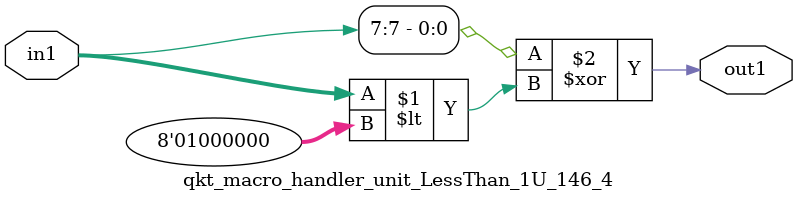
<source format=v>

`timescale 1ps / 1ps


module qkt_macro_handler_unit_LessThan_1U_146_4( in1, out1 );

    input [7:0] in1;
    output out1;

    
    // rtl_process:qkt_macro_handler_unit_LessThan_1U_146_4/qkt_macro_handler_unit_LessThan_1U_146_4_thread_1
    assign out1 = (in1[7] ^ in1 < 8'd064);

endmodule



</source>
